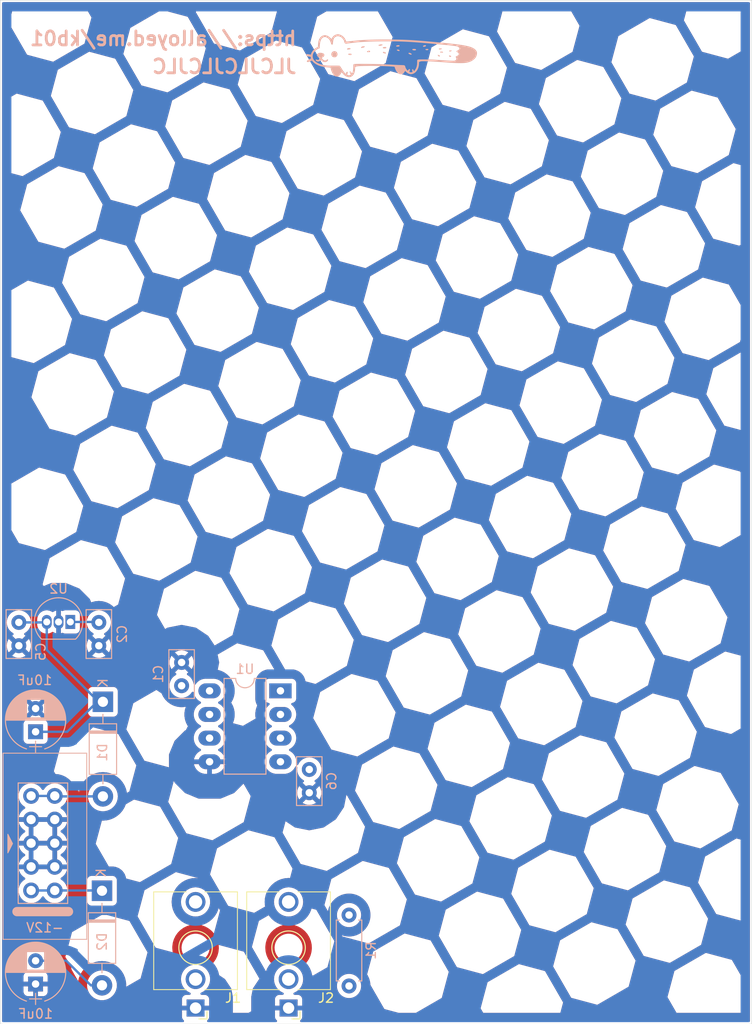
<source format=kicad_pcb>
(kicad_pcb (version 20240108) (generator "pcbnew") (generator_version "8.0")
  (layers (0 "F.Cu" signal) (31 "B.Cu" signal) (34 "B.Paste" user) (35 "F.Paste" user) (36 "B.SilkS" user "B.Silkscreen") (37 "F.SilkS" user "F.Silkscreen") (38 "B.Mask" user) (39 "F.Mask" user) (44 "Edge.Cuts" user))
  (net 0 "")
  (net 1 "+5V")
  (net 2 "Net-(U1A-+)")
  (net 3 "GND1")
  (net 4 "-12V")
  (net 5 "+12V")
  (net 6 "Net-(U1A--)")
  (net 7 "Net-(U1B--)")
  (net 8 "Net-(D1-A)")
  (net 9 "Net-(D2-K)")
  (net 10 "Net-(J2-PadT)")
  (footprint "KitsBlips:Jack_3.5mm_QingPu_WQP-PJ398SM_Vertical_CircularHoles" (layer "F.Cu") (at 131 151.8 180)
    (property "Reference" "J2" (at -4.03 -5.4 0) (layer "F.SilkS"))
    (property "Value" "OUT")
    (pad "S" thru_hole rect (at 0 -6.48) (size 1.93 1.83) (drill 1.22) (layers "*.Cu" "*.Mask") (net 3 "GND1"))
    (pad "T" thru_hole circle (at 0 4.92) (size 2.13 2.13) (drill 1.43) (layers "*.Cu" "*.Mask") (net 10 "Net-(J2-PadT)"))
    (pad "TN" thru_hole circle (at 0 -3.38) (size 2.13 2.13) (drill 1.42) (layers "*.Cu" "*.Mask"))
    (zone (net 0) (net_name "") (layer "F.Cu") (connect_pads (clearance 0)) (min_thickness 0.254)
      (keepout (tracks not_allowed) (vias not_allowed) (pads not_allowed) (copperpour not_allowed) (footprints not_allowed))
      (fill (thermal_gap 0.508) (thermal_bridge_width 0.508))
      (polygon (pts (xy 129.494859 151.8) (xy 129.51507 152.045829) (xy 129.575159 152.285055) (xy 129.673514 152.511256) (xy 129.807492 152.718355) (xy 129.973496 152.90079) (xy 130.167068 153.053664) (xy 130.383008 153.172869) (xy 130.615518 153.255206) (xy 130.858354 153.298461) (xy 131.104993 153.301475) (xy 131.348813 153.264165) (xy 131.583266 153.187534) (xy 131.802054 153.07364) (xy 131.999303 152.925542) (xy 132.169714 152.747216) (xy 132.308712 152.543452) (xy 132.412564 152.319722) (xy 132.478481 152.082035) (xy 132.504692 151.836774) (xy 132.490493 151.590525) (xy 132.436266 151.349901) (xy 132.343468 151.121366) (xy 132.214589 150.911055) (xy 132.053092 150.724618) (xy 131.863313 150.567061) (xy 131.65035 150.442615) (xy 131.419921 150.354623) (xy 131.178215 150.305447) (xy 130.931722 150.296408) (xy 130.687064 150.32775) (xy 130.450809 150.39863) (xy 130.229303 150.507144) (xy 130.028495 150.650379) (xy 129.853777 150.824488) (xy 129.709842 151.024795) (xy 129.600555 151.245921) (xy 129.528851 151.481926) (xy 129.496656 151.726474)))
    )
  )
  (footprint "KitsBlips:Jack_3.5mm_QingPu_WQP-PJ398SM_Vertical_CircularHoles" (layer "F.Cu") (at 121 151.8 180)
    (property "Reference" "J1" (at -4.03 -5.4 0) (layer "F.SilkS"))
    (property "Value" "IN")
    (pad "S" thru_hole rect (at 0 -6.48) (size 1.93 1.83) (drill 1.22) (layers "*.Cu" "*.Mask") (net 3 "GND1"))
    (pad "T" thru_hole circle (at 0 4.92) (size 2.13 2.13) (drill 1.43) (layers "*.Cu" "*.Mask") (net 2 "Net-(U1A-+)"))
    (pad "TN" thru_hole circle (at 0 -3.38) (size 2.13 2.13) (drill 1.42) (layers "*.Cu" "*.Mask"))
    (zone (net 0) (net_name "") (layer "F.Cu") (connect_pads (clearance 0)) (min_thickness 0.254)
      (keepout (tracks not_allowed) (vias not_allowed) (pads not_allowed) (copperpour not_allowed) (footprints not_allowed))
      (fill (thermal_gap 0.508) (thermal_bridge_width 0.508))
      (polygon (pts (xy 119.494859 151.8) (xy 119.51507 152.045829) (xy 119.575159 152.285055) (xy 119.673514 152.511256) (xy 119.807492 152.718355) (xy 119.973496 152.90079) (xy 120.167068 153.053664) (xy 120.383008 153.172869) (xy 120.615518 153.255206) (xy 120.858354 153.298461) (xy 121.104993 153.301475) (xy 121.348813 153.264165) (xy 121.583266 153.187534) (xy 121.802054 153.07364) (xy 121.999303 152.925542) (xy 122.169714 152.747216) (xy 122.308712 152.543452) (xy 122.412564 152.319722) (xy 122.478481 152.082035) (xy 122.504692 151.836774) (xy 122.490493 151.590525) (xy 122.436266 151.349901) (xy 122.343468 151.121366) (xy 122.214589 150.911055) (xy 122.053092 150.724618) (xy 121.863313 150.567061) (xy 121.65035 150.442615) (xy 121.419921 150.354623) (xy 121.178215 150.305447) (xy 120.931722 150.296408) (xy 120.687064 150.32775) (xy 120.450809 150.39863) (xy 120.229303 150.507144) (xy 120.028495 150.650379) (xy 119.853777 150.824488) (xy 119.709842 151.024795) (xy 119.600555 151.245921) (xy 119.528851 151.481926) (xy 119.496656 151.726474)))
    )
  )
  (footprint "Capacitor_THT:C_Disc_D5.0mm_W2.5mm_P2.50mm" (layer "B.Cu") (at 102 116.85 -90)
    (property "Reference" "C5" (at 3.15 -2.36 90) (layer "B.SilkS") (effects (justify mirror)))
    (property "Value" "0.1uf")
    (pad "1" thru_hole circle (at 0 0 270) (size 1.6 1.6) (drill 0.8) (layers "*.Cu" "*.Mask") (net 5 "+12V"))
    (pad "2" thru_hole circle (at 2.5 0 270) (size 1.6 1.6) (drill 0.8) (layers "*.Cu" "*.Mask") (net 3 "GND1"))
  )
  (footprint "Capacitor_THT:C_Disc_D5.0mm_W2.5mm_P2.50mm" (layer "B.Cu") (at 110.6 119.35 90)
    (property "Reference" "C2" (at 1.25 2.5 -90) (layer "B.SilkS") (effects (justify mirror)))
    (property "Value" "0.1uf")
    (pad "1" thru_hole circle (at 0 0 90) (size 1.6 1.6) (drill 0.8) (layers "*.Cu" "*.Mask") (net 3 "GND1"))
    (pad "2" thru_hole circle (at 2.5 0 90) (size 1.6 1.6) (drill 0.8) (layers "*.Cu" "*.Mask") (net 1 "+5V"))
  )
  (footprint "Diode_THT:D_DO-41_SOD81_P10.16mm_Horizontal" (layer "B.Cu") (at 110.94 145.68 -90)
    (property "Reference" "D2" (at 5.48 0 90) (layer "B.SilkS") (effects (justify mirror)))
    (property "Value" "1N5819")
    (fp_text user "K" (at -1.92 0.1 90) (layer "B.SilkS") (effects (justify mirror)))
    (pad "1" thru_hole rect (at 0 0 270) (size 2.2 2.2) (drill 1.1) (layers "*.Cu" "*.Mask") (net 9 "Net-(D2-K)"))
    (pad "2" thru_hole oval (at 10.16 0 270) (size 2.2 2.2) (drill 1.1) (layers "*.Cu" "*.Mask") (net 4 "-12V"))
  )
  (footprint "KitsBlips:logo" (layer "B.Cu") (at 142 56 180)
    (property "Reference" "REF**" (hide yes))
    (property "Value" "LOGO" (hide yes))
  )
  (footprint "Package_DIP:DIP-8_W7.62mm_LongPads" (layer "B.Cu") (at 130.125 124.2 180)
    (property "Reference" "U1" (at 3.81 2.33 0) (layer "B.SilkS") (effects (justify mirror)))
    (property "Value" "TL072")
    (pad "1" thru_hole rect (at 0 0 180) (size 2.4 1.6) (drill 0.8) (layers "*.Cu" "*.Mask") (net 6 "Net-(U1A--)"))
    (pad "2" thru_hole oval (at 0 -2.54 180) (size 2.4 1.6) (drill 0.8) (layers "*.Cu" "*.Mask") (net 6 "Net-(U1A--)"))
    (pad "3" thru_hole oval (at 0 -5.08 180) (size 2.4 1.6) (drill 0.8) (layers "*.Cu" "*.Mask") (net 2 "Net-(U1A-+)"))
    (pad "4" thru_hole oval (at 0 -7.62 180) (size 2.4 1.6) (drill 0.8) (layers "*.Cu" "*.Mask") (net 4 "-12V"))
    (pad "5" thru_hole oval (at 7.62 -7.62 180) (size 2.4 1.6) (drill 0.8) (layers "*.Cu" "*.Mask") (net 3 "GND1"))
    (pad "6" thru_hole oval (at 7.62 -5.08 180) (size 2.4 1.6) (drill 0.8) (layers "*.Cu" "*.Mask") (net 7 "Net-(U1B--)"))
    (pad "7" thru_hole oval (at 7.62 -2.54 180) (size 2.4 1.6) (drill 0.8) (layers "*.Cu" "*.Mask") (net 7 "Net-(U1B--)"))
    (pad "8" thru_hole oval (at 7.62 0 180) (size 2.4 1.6) (drill 0.8) (layers "*.Cu" "*.Mask") (net 5 "+12V"))
  )
  (footprint "KitsBlips:Pins_2x05_2.54mm_TH_Europower_shrouded" (layer "B.Cu") (at 104.8 142.15 180)
    (property "Reference" "J3" (hide yes))
    (property "Value" "EURO_PWR_2x5" (hide yes))
    (fp_text user "-12V" (at 0 -7.5 0) (layer "B.SilkS") (effects (justify mirror)))
    (pad "1" thru_hole oval (at -1.06 6.66 180) (size 1.7 1.7) (drill 1) (layers "*.Cu" "*.Mask") (net 8 "Net-(D1-A)"))
    (pad "2" thru_hole oval (at 1.48 6.66 180) (size 1.7 1.7) (drill 1) (layers "*.Cu" "*.Mask") (net 8 "Net-(D1-A)"))
    (pad "3" thru_hole oval (at -1.06 4.12 180) (size 1.7 1.7) (drill 1) (layers "*.Cu" "*.Mask") (net 3 "GND1"))
    (pad "4" thru_hole oval (at 1.48 4.12 180) (size 1.7 1.7) (drill 1) (layers "*.Cu" "*.Mask") (net 3 "GND1"))
    (pad "5" thru_hole oval (at -1.06 1.58 180) (size 1.7 1.7) (drill 1) (layers "*.Cu" "*.Mask") (net 3 "GND1"))
    (pad "6" thru_hole oval (at 1.48 1.58 180) (size 1.7 1.7) (drill 1) (layers "*.Cu" "*.Mask") (net 3 "GND1"))
    (pad "7" thru_hole oval (at -1.06 -0.96 180) (size 1.7 1.7) (drill 1) (layers "*.Cu" "*.Mask") (net 3 "GND1"))
    (pad "8" thru_hole oval (at 1.48 -0.96 180) (size 1.7 1.7) (drill 1) (layers "*.Cu" "*.Mask") (net 3 "GND1"))
    (pad "9" thru_hole oval (at -1.06 -3.5 180) (size 1.7 1.7) (drill 1) (layers "*.Cu" "*.Mask") (net 9 "Net-(D2-K)"))
    (pad "10" thru_hole oval (at 1.48 -3.5 180) (size 1.7 1.7) (drill 1) (layers "*.Cu" "*.Mask") (net 9 "Net-(D2-K)"))
  )
  (footprint "Capacitor_THT:C_Disc_D5.0mm_W2.5mm_P2.50mm" (layer "B.Cu") (at 133.225 132.65 -90)
    (property "Reference" "C6" (at 1.25 -2.4 90) (layer "B.SilkS") (effects (justify mirror)))
    (property "Value" "0.1uf")
    (pad "1" thru_hole circle (at 0 0 270) (size 1.6 1.6) (drill 0.8) (layers "*.Cu" "*.Mask") (net 4 "-12V"))
    (pad "2" thru_hole circle (at 2.5 0 270) (size 1.6 1.6) (drill 0.8) (layers "*.Cu" "*.Mask") (net 3 "GND1"))
  )
  (footprint "Package_TO_SOT_THT:TO-92_Inline" (layer "B.Cu") (at 107.54 116.8 180)
    (property "Reference" "U2" (at 1.27 3.56 0) (layer "B.SilkS") (effects (justify mirror)))
    (property "Value" "L78L05_TO92")
    (pad "1" thru_hole rect (at 0 0 180) (size 1.05 1.5) (drill 0.75) (layers "*.Cu" "*.Mask") (net 1 "+5V"))
    (pad "2" thru_hole oval (at 1.27 0 180) (size 1.05 1.5) (drill 0.75) (layers "*.Cu" "*.Mask") (net 3 "GND1"))
    (pad "3" thru_hole oval (at 2.54 0 180) (size 1.05 1.5) (drill 0.75) (layers "*.Cu" "*.Mask") (net 5 "+12V"))
  )
  (footprint "Diode_THT:D_DO-41_SOD81_P10.16mm_Horizontal" (layer "B.Cu") (at 111.04 125.38 -90)
    (property "Reference" "D1" (at 5.44 0.06 90) (layer "B.SilkS") (effects (justify mirror)))
    (property "Value" "1N5819")
    (fp_text user "K" (at -2.02 0 90) (layer "B.SilkS") (effects (justify mirror)))
    (pad "1" thru_hole rect (at 0 0 270) (size 2.2 2.2) (drill 1.1) (layers "*.Cu" "*.Mask") (net 5 "+12V"))
    (pad "2" thru_hole oval (at 10.16 0 270) (size 2.2 2.2) (drill 1.1) (layers "*.Cu" "*.Mask") (net 8 "Net-(D1-A)"))
  )
  (footprint "Resistor_THT:R_Axial_DIN0207_L6.3mm_D2.5mm_P7.62mm_Horizontal" (layer "B.Cu") (at 137.5 155.91 90)
    (property "Reference" "R1" (at 3.81 2.37 90) (layer "B.SilkS") (effects (justify mirror)))
    (property "Value" "1k")
    (pad "1" thru_hole circle (at 0 0 90) (size 1.6 1.6) (drill 0.8) (layers "*.Cu" "*.Mask") (net 6 "Net-(U1A--)"))
    (pad "2" thru_hole oval (at 7.62 0 90) (size 1.6 1.6) (drill 0.8) (layers "*.Cu" "*.Mask") (net 10 "Net-(J2-PadT)"))
  )
  (footprint "Capacitor_THT:C_Disc_D5.0mm_W2.5mm_P2.50mm" (layer "B.Cu") (at 119.5 121.15 -90)
    (property "Reference" "C1" (at 1.25 2.5 90) (layer "B.SilkS") (effects (justify mirror)))
    (property "Value" "0.33uf")
    (pad "1" thru_hole circle (at 0 0 270) (size 1.6 1.6) (drill 0.8) (layers "*.Cu" "*.Mask") (net 3 "GND1"))
    (pad "2" thru_hole circle (at 2.5 0 270) (size 1.6 1.6) (drill 0.8) (layers "*.Cu" "*.Mask") (net 5 "+12V"))
  )
  (footprint "KitsBlips:CP_Radial_P2.5mm" (layer "B.Cu") (at 103.8 128.6 90)
    (property "Reference" "C3" (hide yes))
    (property "Value" "10uF" (at 5.54 -0.09 0) (layer "B.SilkS") (effects (font (size 1.016 1.016) (thickness 0.1524)) (justify mirror)))
    (pad "1" thru_hole rect (at 0 0 90) (size 1.6 1.6) (drill 0.8) (layers "*.Cu" "*.Mask") (net 5 "+12V"))
    (pad "2" thru_hole circle (at 2.5 0 90) (size 1.6 1.6) (drill 0.8) (layers "*.Cu" "*.Mask") (net 3 "GND1"))
  )
  (footprint "KitsBlips:CP_Radial_P2.5mm" (layer "B.Cu") (at 103.8 155.7 90)
    (property "Reference" "C4" (hide yes))
    (property "Value" "10uF" (at -3.2 0 0) (layer "B.SilkS") (effects (font (size 1.016 1.016) (thickness 0.1524)) (justify mirror)))
    (pad "1" thru_hole rect (at 0 0 90) (size 1.6 1.6) (drill 0.8) (layers "*.Cu" "*.Mask") (net 3 "GND1"))
    (pad "2" thru_hole circle (at 2.5 0 90) (size 1.6 1.6) (drill 0.8) (layers "*.Cu" "*.Mask") (net 4 "-12V"))
  )
  (gr_rect (start 100 50) (end 180.8 160) (stroke (width 0.05)) (fill none) (layer "Edge.Cuts"))
  (gr_text "JLCJLCJLCJLC" (at 132 58 0) (layer "B.SilkS") (effects (font (size 1.5 1.5) (thickness 0.3) (bold yes)) (justify left bottom mirror)))
  (gr_text "https://alloyed.me/kb01\n" (at 132 55 0) (layer "B.SilkS") (effects (font (size 1.5 1.5) (thickness 0.3) (bold yes)) (justify left bottom mirror)))
  (segment (start 107.54 116.8) (end 110.55 116.8) (width 0.25) (layer "B.Cu") (net 1))
  (segment (start 110.55 116.8) (end 110.6 116.85) (width 0.25) (layer "B.Cu") (net 1))
  (segment (start 107.1 153.2) (end 103.8 153.2) (width 0.25) (layer "B.Cu") (net 4))
  (segment (start 109.74 155.84) (end 107.1 153.2) (width 0.25) (layer "B.Cu") (net 4))
  (segment (start 110.94 155.84) (end 109.74 155.84) (width 0.25) (layer "B.Cu") (net 4))
  (segment (start 105 116.8) (end 105 119.8) (width 0.25) (layer "B.Cu") (net 5))
  (segment (start 107.2 128.6) (end 103.8 128.6) (width 0.25) (layer "B.Cu") (net 5))
  (segment (start 110.58 125.38) (end 111.04 125.38) (width 0.25) (layer "B.Cu") (net 5))
  (segment (start 105 119.8) (end 110.58 125.38) (width 0.25) (layer "B.Cu") (net 5))
  (segment (start 110.42 125.38) (end 107.2 128.6) (width 0.25) (layer "B.Cu") (net 5))
  (segment (start 102 116.85) (end 104.95 116.85) (width 0.25) (layer "B.Cu") (net 5))
  (segment (start 104.95 116.85) (end 105 116.8) (width 0.25) (layer "B.Cu") (net 5))
  (segment (start 111.04 125.38) (end 110.42 125.38) (width 0.25) (layer "B.Cu") (net 5))
  (segment (start 105.91 135.54) (end 105.86 135.49) (width 0.25) (layer "B.Cu") (net 8))
  (segment (start 105.86 135.49) (end 103.32 135.49) (width 0.25) (layer "B.Cu") (net 8))
  (segment (start 111.04 135.54) (end 105.91 135.54) (width 0.25) (layer "B.Cu") (net 8))
  (segment (start 103.32 145.65) (end 105.86 145.65) (width 0.25) (layer "B.Cu") (net 9))
  (segment (start 105.86 145.65) (end 110.91 145.65) (width 0.25) (layer "B.Cu") (net 9))
  (segment (start 110.91 145.65) (end 110.94 145.68) (width 0.25) (layer "B.Cu") (net 9))
  (zone (net 3) (net_name "GND1") (layers "F&B.Cu") (connect_pads (clearance 0.5)) (min_thickness 0.25) (fill yes (mode hatch) (thermal_gap 0.5) (thermal_bridge_width 0.5) (hatch_thickness 1) (hatch_gap 8) (hatch_orientation 30) (hatch_smoothing_level 1) (hatch_smoothing_value 0.5) (hatch_border_algorithm hatch_thickness) (hatch_min_hole_area 0.3))
    (polygon (pts (xy 100 50) (xy 180.8 50) (xy 180.8 160) (xy 100 160)))
  )
)
</source>
